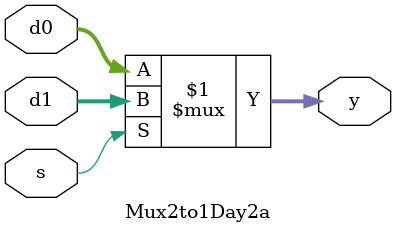
<source format=sv>
`timescale 1ns / 1ps


module Mux2to1Day2a(
input logic[3:0]d0,d1,
input logic s,
output logic[3:0] y );

assign y = s ? d1 : d0;

endmodule

</source>
